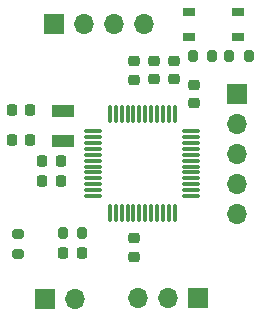
<source format=gbr>
%TF.GenerationSoftware,KiCad,Pcbnew,(6.0.5)*%
%TF.CreationDate,2022-07-28T20:15:56-06:00*%
%TF.ProjectId,sensor_board,73656e73-6f72-45f6-926f-6172642e6b69,rev?*%
%TF.SameCoordinates,Original*%
%TF.FileFunction,Soldermask,Top*%
%TF.FilePolarity,Negative*%
%FSLAX46Y46*%
G04 Gerber Fmt 4.6, Leading zero omitted, Abs format (unit mm)*
G04 Created by KiCad (PCBNEW (6.0.5)) date 2022-07-28 20:15:56*
%MOMM*%
%LPD*%
G01*
G04 APERTURE LIST*
G04 Aperture macros list*
%AMRoundRect*
0 Rectangle with rounded corners*
0 $1 Rounding radius*
0 $2 $3 $4 $5 $6 $7 $8 $9 X,Y pos of 4 corners*
0 Add a 4 corners polygon primitive as box body*
4,1,4,$2,$3,$4,$5,$6,$7,$8,$9,$2,$3,0*
0 Add four circle primitives for the rounded corners*
1,1,$1+$1,$2,$3*
1,1,$1+$1,$4,$5*
1,1,$1+$1,$6,$7*
1,1,$1+$1,$8,$9*
0 Add four rect primitives between the rounded corners*
20,1,$1+$1,$2,$3,$4,$5,0*
20,1,$1+$1,$4,$5,$6,$7,0*
20,1,$1+$1,$6,$7,$8,$9,0*
20,1,$1+$1,$8,$9,$2,$3,0*%
G04 Aperture macros list end*
%ADD10R,1.700000X1.700000*%
%ADD11O,1.700000X1.700000*%
%ADD12RoundRect,0.225000X-0.225000X-0.250000X0.225000X-0.250000X0.225000X0.250000X-0.225000X0.250000X0*%
%ADD13RoundRect,0.225000X0.250000X-0.225000X0.250000X0.225000X-0.250000X0.225000X-0.250000X-0.225000X0*%
%ADD14RoundRect,0.200000X-0.200000X-0.275000X0.200000X-0.275000X0.200000X0.275000X-0.200000X0.275000X0*%
%ADD15RoundRect,0.225000X0.225000X0.250000X-0.225000X0.250000X-0.225000X-0.250000X0.225000X-0.250000X0*%
%ADD16RoundRect,0.225000X-0.250000X0.225000X-0.250000X-0.225000X0.250000X-0.225000X0.250000X0.225000X0*%
%ADD17RoundRect,0.200000X0.200000X0.275000X-0.200000X0.275000X-0.200000X-0.275000X0.200000X-0.275000X0*%
%ADD18RoundRect,0.200000X0.275000X-0.200000X0.275000X0.200000X-0.275000X0.200000X-0.275000X-0.200000X0*%
%ADD19RoundRect,0.218750X-0.218750X-0.256250X0.218750X-0.256250X0.218750X0.256250X-0.218750X0.256250X0*%
%ADD20R,1.050000X0.650000*%
%ADD21R,1.900000X1.100000*%
%ADD22RoundRect,0.075000X-0.662500X-0.075000X0.662500X-0.075000X0.662500X0.075000X-0.662500X0.075000X0*%
%ADD23RoundRect,0.075000X-0.075000X-0.662500X0.075000X-0.662500X0.075000X0.662500X-0.075000X0.662500X0*%
G04 APERTURE END LIST*
D10*
%TO.C,J1*%
X133800000Y-118900000D03*
D11*
X131260000Y-118900000D03*
X128720000Y-118900000D03*
%TD*%
D10*
%TO.C,J4*%
X137100000Y-101605000D03*
D11*
X137100000Y-104145000D03*
X137100000Y-106685000D03*
X137100000Y-109225000D03*
X137100000Y-111765000D03*
%TD*%
D12*
%TO.C,C1*%
X118025000Y-103000000D03*
X119575000Y-103000000D03*
%TD*%
%TO.C,C2*%
X118025000Y-105500000D03*
X119575000Y-105500000D03*
%TD*%
D13*
%TO.C,C3*%
X131800000Y-100375000D03*
X131800000Y-98825000D03*
%TD*%
D14*
%TO.C,R3*%
X122375000Y-113400000D03*
X124025000Y-113400000D03*
%TD*%
D10*
%TO.C,J3*%
X121610000Y-95700000D03*
D11*
X124150000Y-95700000D03*
X126690000Y-95700000D03*
X129230000Y-95700000D03*
%TD*%
D15*
%TO.C,C8*%
X122175000Y-109000000D03*
X120625000Y-109000000D03*
%TD*%
D16*
%TO.C,C7*%
X128400000Y-113825000D03*
X128400000Y-115375000D03*
%TD*%
D17*
%TO.C,R1*%
X138125000Y-98400000D03*
X136475000Y-98400000D03*
%TD*%
D18*
%TO.C,R4*%
X118600000Y-115125000D03*
X118600000Y-113475000D03*
%TD*%
D10*
%TO.C,J2*%
X120825000Y-119000000D03*
D11*
X123365000Y-119000000D03*
%TD*%
D16*
%TO.C,C4*%
X128400000Y-98850000D03*
X128400000Y-100400000D03*
%TD*%
D17*
%TO.C,R2*%
X135025000Y-98400000D03*
X133375000Y-98400000D03*
%TD*%
D19*
%TO.C,D1*%
X122425000Y-115100000D03*
X124000000Y-115100000D03*
%TD*%
D16*
%TO.C,C5*%
X130100000Y-98825000D03*
X130100000Y-100375000D03*
%TD*%
D15*
%TO.C,C9*%
X122175000Y-107300000D03*
X120625000Y-107300000D03*
%TD*%
D20*
%TO.C,SW1*%
X133025000Y-94625000D03*
X137175000Y-94625000D03*
X133025000Y-96775000D03*
X137175000Y-96775000D03*
%TD*%
D21*
%TO.C,Y1*%
X122400000Y-103050000D03*
X122400000Y-105550000D03*
%TD*%
D22*
%TO.C,U1*%
X124937500Y-104750000D03*
X124937500Y-105250000D03*
X124937500Y-105750000D03*
X124937500Y-106250000D03*
X124937500Y-106750000D03*
X124937500Y-107250000D03*
X124937500Y-107750000D03*
X124937500Y-108250000D03*
X124937500Y-108750000D03*
X124937500Y-109250000D03*
X124937500Y-109750000D03*
X124937500Y-110250000D03*
D23*
X126350000Y-111662500D03*
X126850000Y-111662500D03*
X127350000Y-111662500D03*
X127850000Y-111662500D03*
X128350000Y-111662500D03*
X128850000Y-111662500D03*
X129350000Y-111662500D03*
X129850000Y-111662500D03*
X130350000Y-111662500D03*
X130850000Y-111662500D03*
X131350000Y-111662500D03*
X131850000Y-111662500D03*
D22*
X133262500Y-110250000D03*
X133262500Y-109750000D03*
X133262500Y-109250000D03*
X133262500Y-108750000D03*
X133262500Y-108250000D03*
X133262500Y-107750000D03*
X133262500Y-107250000D03*
X133262500Y-106750000D03*
X133262500Y-106250000D03*
X133262500Y-105750000D03*
X133262500Y-105250000D03*
X133262500Y-104750000D03*
D23*
X131850000Y-103337500D03*
X131350000Y-103337500D03*
X130850000Y-103337500D03*
X130350000Y-103337500D03*
X129850000Y-103337500D03*
X129350000Y-103337500D03*
X128850000Y-103337500D03*
X128350000Y-103337500D03*
X127850000Y-103337500D03*
X127350000Y-103337500D03*
X126850000Y-103337500D03*
X126350000Y-103337500D03*
%TD*%
D13*
%TO.C,C6*%
X133500000Y-102375000D03*
X133500000Y-100825000D03*
%TD*%
M02*

</source>
